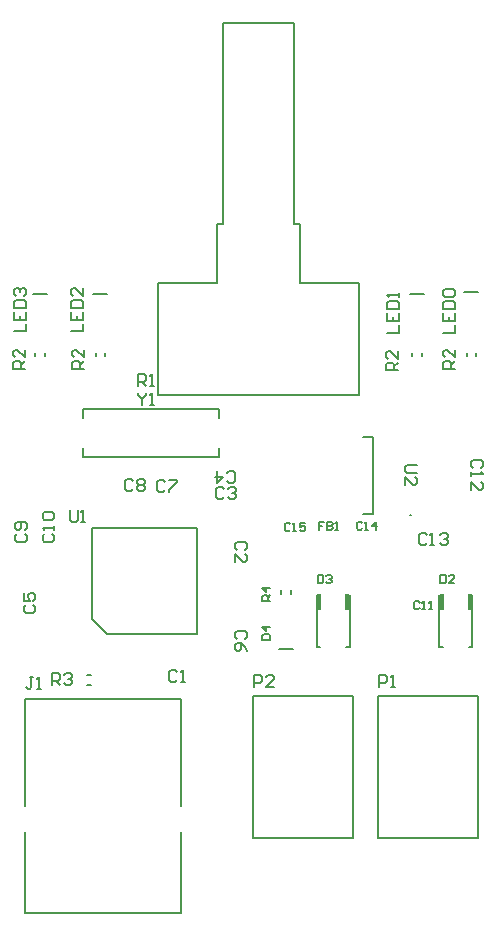
<source format=gto>
%FSLAX44Y44*%
%MOMM*%
G71*
G01*
G75*
%ADD10R,0.6000X0.9000*%
%ADD11R,0.9000X0.6000*%
%ADD12R,1.3000X0.7000*%
%ADD13R,1.6800X1.5200*%
%ADD14R,2.0000X1.2000*%
%ADD15R,5.6000X5.6000*%
%ADD16R,5.5000X2.0000*%
%ADD17O,0.3000X1.5000*%
%ADD18R,0.3000X1.5000*%
%ADD19R,1.5000X0.3000*%
%ADD20C,0.2000*%
%ADD21C,1.0000*%
%ADD22C,1.5000*%
%ADD23R,1.5000X1.5000*%
%ADD24O,0.7500X0.7000*%
%ADD25C,2.0000*%
%ADD26C,0.7000*%
%ADD27R,0.4000X1.4000*%
D20*
X231000Y173000D02*
X243000D01*
X233000Y220000D02*
Y223000D01*
X241000Y220000D02*
Y223000D01*
X392000Y175000D02*
X395000D01*
Y219000D01*
X367000Y175000D02*
Y219000D01*
Y175000D02*
X370000D01*
X288000D02*
X291000D01*
Y219000D01*
X263000Y175000D02*
Y219000D01*
Y175000D02*
X266000D01*
X69000Y151000D02*
X72000D01*
X69000Y143000D02*
X72000D01*
X315000Y13000D02*
Y133000D01*
X400000D01*
Y13000D02*
Y133000D01*
X315000Y13000D02*
X400000D01*
X209000D02*
Y133000D01*
X294000D01*
Y13000D02*
Y133000D01*
X209000Y13000D02*
X294000D01*
X148000Y40000D02*
Y131000D01*
Y-50000D02*
Y18000D01*
X16000Y-50000D02*
Y18000D01*
Y40000D02*
Y131000D01*
Y-50000D02*
X148000D01*
X16000Y131000D02*
X148000D01*
X302000Y287000D02*
X311000D01*
Y353000D01*
X302000D02*
X311000D01*
X342500Y286750D02*
X342750D01*
X344000Y421000D02*
Y424000D01*
X352000Y421000D02*
Y424000D01*
X388000Y475000D02*
X400000D01*
X342000Y474000D02*
X354000D01*
X390000Y421000D02*
Y424000D01*
X398000Y421000D02*
Y424000D01*
X180000Y369000D02*
Y376000D01*
X65000D02*
X180000D01*
X65000Y369000D02*
Y376000D01*
Y336000D02*
Y343000D01*
X180000Y336000D02*
Y343000D01*
X65000Y336000D02*
X180000D01*
X76000Y421000D02*
Y424000D01*
X84000Y421000D02*
Y424000D01*
X25000Y421000D02*
Y424000D01*
X33000Y421000D02*
Y424000D01*
X74000Y474000D02*
X86000D01*
X23000D02*
X35000D01*
X85700Y185850D02*
X162150D01*
Y275150D01*
X72850D02*
X162150D01*
X72850Y198700D02*
Y275150D01*
Y198700D02*
X85700Y185850D01*
X129000Y388000D02*
X299000D01*
Y482000D01*
X298000Y483000D02*
X299000Y482000D01*
X249000Y483000D02*
X298000D01*
X249000D02*
Y533000D01*
X244000D02*
X249000D01*
X244000D02*
Y703000D01*
X184000D02*
X244000D01*
X184000Y533000D02*
Y703000D01*
X179000Y533000D02*
X184000D01*
X179000Y483000D02*
Y533000D01*
X129000Y483000D02*
X179000D01*
X129000Y388000D02*
Y483000D01*
X112000Y389997D02*
Y388331D01*
X115332Y384998D01*
X118665Y388331D01*
Y389997D01*
X115332Y384998D02*
Y380000D01*
X121997D02*
X125329D01*
X123663D01*
Y389997D01*
X121997Y388331D01*
X347997Y329000D02*
X339666D01*
X338000Y327334D01*
Y324002D01*
X339666Y322336D01*
X347997D01*
X338000Y312339D02*
Y319003D01*
X344664Y312339D01*
X346331D01*
X347997Y314005D01*
Y317337D01*
X346331Y319003D01*
X54000Y290997D02*
Y282666D01*
X55666Y281000D01*
X58998D01*
X60665Y282666D01*
Y290997D01*
X63997Y281000D02*
X67329D01*
X65663D01*
Y290997D01*
X63997Y289331D01*
X224000Y214000D02*
X217002D01*
Y217499D01*
X218169Y218665D01*
X220501D01*
X221667Y217499D01*
Y214000D01*
Y216333D02*
X224000Y218665D01*
Y224497D02*
X217002D01*
X220501Y220998D01*
Y225663D01*
X39000Y143000D02*
Y152997D01*
X43998D01*
X45665Y151331D01*
Y147998D01*
X43998Y146332D01*
X39000D01*
X42332D02*
X45665Y143000D01*
X48997Y151331D02*
X50663Y152997D01*
X53995D01*
X55661Y151331D01*
Y149664D01*
X53995Y147998D01*
X52329D01*
X53995D01*
X55661Y146332D01*
Y144666D01*
X53995Y143000D01*
X50663D01*
X48997Y144666D01*
X16000Y410000D02*
X6003D01*
Y414998D01*
X7669Y416665D01*
X11002D01*
X12668Y414998D01*
Y410000D01*
Y413332D02*
X16000Y416665D01*
Y426661D02*
Y419997D01*
X9336Y426661D01*
X7669D01*
X6003Y424995D01*
Y421663D01*
X7669Y419997D01*
X66000Y410000D02*
X56003D01*
Y414998D01*
X57669Y416665D01*
X61002D01*
X62668Y414998D01*
Y410000D01*
Y413332D02*
X66000Y416665D01*
Y426661D02*
Y419997D01*
X59335Y426661D01*
X57669D01*
X56003Y424995D01*
Y421663D01*
X57669Y419997D01*
X332000Y409000D02*
X322003D01*
Y413998D01*
X323669Y415664D01*
X327002D01*
X328668Y413998D01*
Y409000D01*
Y412332D02*
X332000Y415664D01*
Y425661D02*
Y418997D01*
X325336Y425661D01*
X323669D01*
X322003Y423995D01*
Y420663D01*
X323669Y418997D01*
X380000Y410000D02*
X370003D01*
Y414998D01*
X371669Y416665D01*
X375002D01*
X376668Y414998D01*
Y410000D01*
Y413332D02*
X380000Y416665D01*
Y426661D02*
Y419997D01*
X373335Y426661D01*
X371669D01*
X370003Y424995D01*
Y421663D01*
X371669Y419997D01*
X112000Y396000D02*
Y405997D01*
X116998D01*
X118665Y404331D01*
Y400998D01*
X116998Y399332D01*
X112000D01*
X115332D02*
X118665Y396000D01*
X121997D02*
X125329D01*
X123663D01*
Y405997D01*
X121997Y404331D01*
X209950Y141116D02*
Y151113D01*
X214948D01*
X216614Y149447D01*
Y146114D01*
X214948Y144448D01*
X209950D01*
X226611Y141116D02*
X219947D01*
X226611Y147781D01*
Y149447D01*
X224945Y151113D01*
X221613D01*
X219947Y149447D01*
X316122Y141116D02*
Y151113D01*
X321120D01*
X322786Y149447D01*
Y146114D01*
X321120Y144448D01*
X316122D01*
X326119Y141116D02*
X329451D01*
X327785D01*
Y151113D01*
X326119Y149447D01*
X23321Y149081D02*
X19988D01*
X21654D01*
Y140750D01*
X19988Y139084D01*
X18322D01*
X16656Y140750D01*
X26653Y139084D02*
X29985D01*
X28319D01*
Y149081D01*
X26653Y147415D01*
X269665Y280998D02*
X265000D01*
Y277499D01*
X267333D01*
X265000D01*
Y274000D01*
X271998Y280998D02*
Y274000D01*
X275497D01*
X276663Y275166D01*
Y276333D01*
X275497Y277499D01*
X271998D01*
X275497D01*
X276663Y278665D01*
Y279832D01*
X275497Y280998D01*
X271998D01*
X278995Y274000D02*
X281328D01*
X280162D01*
Y280998D01*
X278995Y279832D01*
X217002Y181000D02*
X224000D01*
Y184499D01*
X222834Y185665D01*
X218169D01*
X217002Y184499D01*
Y181000D01*
X224000Y191497D02*
X217002D01*
X220501Y187998D01*
Y192663D01*
X264052Y235744D02*
Y228746D01*
X267551D01*
X268717Y229912D01*
Y234578D01*
X267551Y235744D01*
X264052D01*
X271050Y234578D02*
X272216Y235744D01*
X274549D01*
X275715Y234578D01*
Y233411D01*
X274549Y232245D01*
X273382D01*
X274549D01*
X275715Y231079D01*
Y229912D01*
X274549Y228746D01*
X272216D01*
X271050Y229912D01*
X367938Y235744D02*
Y228746D01*
X371437D01*
X372603Y229912D01*
Y234578D01*
X371437Y235744D01*
X367938D01*
X379601Y228746D02*
X374936D01*
X379601Y233411D01*
Y234578D01*
X378435Y235744D01*
X376102D01*
X374936Y234578D01*
X7003Y442000D02*
X17000D01*
Y448665D01*
X7003Y458661D02*
Y451997D01*
X17000D01*
Y458661D01*
X12002Y451997D02*
Y455329D01*
X7003Y461994D02*
X17000D01*
Y466992D01*
X15334Y468658D01*
X8669D01*
X7003Y466992D01*
Y461994D01*
X8669Y471990D02*
X7003Y473657D01*
Y476989D01*
X8669Y478655D01*
X10336D01*
X12002Y476989D01*
Y475323D01*
Y476989D01*
X13668Y478655D01*
X15334D01*
X17000Y476989D01*
Y473657D01*
X15334Y471990D01*
X55003Y442000D02*
X65000D01*
Y448665D01*
X55003Y458661D02*
Y451997D01*
X65000D01*
Y458661D01*
X60002Y451997D02*
Y455329D01*
X55003Y461994D02*
X65000D01*
Y466992D01*
X63334Y468658D01*
X56669D01*
X55003Y466992D01*
Y461994D01*
X65000Y478655D02*
Y471990D01*
X58335Y478655D01*
X56669D01*
X55003Y476989D01*
Y473657D01*
X56669Y471990D01*
X323003Y441000D02*
X333000D01*
Y447664D01*
X323003Y457661D02*
Y450997D01*
X333000D01*
Y457661D01*
X328002Y450997D02*
Y454329D01*
X323003Y460994D02*
X333000D01*
Y465992D01*
X331334Y467658D01*
X324669D01*
X323003Y465992D01*
Y460994D01*
X333000Y470990D02*
Y474323D01*
Y472657D01*
X323003D01*
X324669Y470990D01*
X370003Y441000D02*
X380000D01*
Y447664D01*
X370003Y457661D02*
Y450997D01*
X380000D01*
Y457661D01*
X375002Y450997D02*
Y454329D01*
X370003Y460994D02*
X380000D01*
Y465992D01*
X378334Y467658D01*
X371669D01*
X370003Y465992D01*
Y460994D01*
X371669Y470990D02*
X370003Y472657D01*
Y475989D01*
X371669Y477655D01*
X378334D01*
X380000Y475989D01*
Y472657D01*
X378334Y470990D01*
X371669D01*
X240665Y278831D02*
X239499Y279998D01*
X237166D01*
X236000Y278831D01*
Y274166D01*
X237166Y273000D01*
X239499D01*
X240665Y274166D01*
X242998Y273000D02*
X245330D01*
X244164D01*
Y279998D01*
X242998Y278831D01*
X253494Y279998D02*
X248829D01*
Y276499D01*
X251162Y277665D01*
X252328D01*
X253494Y276499D01*
Y274166D01*
X252328Y273000D01*
X249995D01*
X248829Y274166D01*
X301665Y279832D02*
X300499Y280998D01*
X298166D01*
X297000Y279832D01*
Y275166D01*
X298166Y274000D01*
X300499D01*
X301665Y275166D01*
X303998Y274000D02*
X306330D01*
X305164D01*
Y280998D01*
X303998Y279832D01*
X313328Y274000D02*
Y280998D01*
X309829Y277499D01*
X314494D01*
X356136Y269810D02*
X354470Y271476D01*
X351138D01*
X349472Y269810D01*
Y263145D01*
X351138Y261479D01*
X354470D01*
X356136Y263145D01*
X359469Y261479D02*
X362801D01*
X361135D01*
Y271476D01*
X359469Y269810D01*
X367799D02*
X369465Y271476D01*
X372798D01*
X374464Y269810D01*
Y268144D01*
X372798Y266478D01*
X371132D01*
X372798D01*
X374464Y264811D01*
Y263145D01*
X372798Y261479D01*
X369465D01*
X367799Y263145D01*
X402331Y326335D02*
X403997Y328002D01*
Y331334D01*
X402331Y333000D01*
X395666D01*
X394000Y331334D01*
Y328002D01*
X395666Y326335D01*
X394000Y323003D02*
Y319671D01*
Y321337D01*
X403997D01*
X402331Y323003D01*
X394000Y308008D02*
Y314673D01*
X400664Y308008D01*
X402331D01*
X403997Y309674D01*
Y313006D01*
X402331Y314673D01*
X350233Y212449D02*
X349067Y213616D01*
X346734D01*
X345568Y212449D01*
Y207784D01*
X346734Y206618D01*
X349067D01*
X350233Y207784D01*
X352566Y206618D02*
X354898D01*
X353732D01*
Y213616D01*
X352566Y212449D01*
X358397Y206618D02*
X360730D01*
X359563D01*
Y213616D01*
X358397Y212449D01*
X32669Y270665D02*
X31003Y268998D01*
Y265666D01*
X32669Y264000D01*
X39334D01*
X41000Y265666D01*
Y268998D01*
X39334Y270665D01*
X41000Y273997D02*
Y277329D01*
Y275663D01*
X31003D01*
X32669Y273997D01*
Y282327D02*
X31003Y283994D01*
Y287326D01*
X32669Y288992D01*
X39334D01*
X41000Y287326D01*
Y283994D01*
X39334Y282327D01*
X32669D01*
X9669Y270665D02*
X8003Y268998D01*
Y265666D01*
X9669Y264000D01*
X16334D01*
X18000Y265666D01*
Y268998D01*
X16334Y270665D01*
Y273997D02*
X18000Y275663D01*
Y278995D01*
X16334Y280661D01*
X9669D01*
X8003Y278995D01*
Y275663D01*
X9669Y273997D01*
X11336D01*
X13002Y275663D01*
Y280661D01*
X107664Y315331D02*
X105998Y316997D01*
X102666D01*
X101000Y315331D01*
Y308666D01*
X102666Y307000D01*
X105998D01*
X107664Y308666D01*
X110997Y315331D02*
X112663Y316997D01*
X115995D01*
X117661Y315331D01*
Y313664D01*
X115995Y311998D01*
X117661Y310332D01*
Y308666D01*
X115995Y307000D01*
X112663D01*
X110997Y308666D01*
Y310332D01*
X112663Y311998D01*
X110997Y313664D01*
Y315331D01*
X112663Y311998D02*
X115995D01*
X134664Y314331D02*
X132998Y315997D01*
X129666D01*
X128000Y314331D01*
Y307666D01*
X129666Y306000D01*
X132998D01*
X134664Y307666D01*
X137997Y315997D02*
X144661D01*
Y314331D01*
X137997Y307666D01*
Y306000D01*
X202331Y181336D02*
X203997Y183002D01*
Y186334D01*
X202331Y188000D01*
X195666D01*
X194000Y186334D01*
Y183002D01*
X195666Y181336D01*
X203997Y171339D02*
X202331Y174671D01*
X198998Y178003D01*
X195666D01*
X194000Y176337D01*
Y173005D01*
X195666Y171339D01*
X197332D01*
X198998Y173005D01*
Y178003D01*
X16669Y210665D02*
X15003Y208998D01*
Y205666D01*
X16669Y204000D01*
X23334D01*
X25000Y205666D01*
Y208998D01*
X23334Y210665D01*
X15003Y220661D02*
Y213997D01*
X20002D01*
X18335Y217329D01*
Y218995D01*
X20002Y220661D01*
X23334D01*
X25000Y218995D01*
Y215663D01*
X23334Y213997D01*
X187335Y315669D02*
X189002Y314003D01*
X192334D01*
X194000Y315669D01*
Y322334D01*
X192334Y324000D01*
X189002D01*
X187335Y322334D01*
X179005Y324000D02*
Y314003D01*
X184003Y319002D01*
X177339D01*
X184664Y308331D02*
X182998Y309997D01*
X179666D01*
X178000Y308331D01*
Y301666D01*
X179666Y300000D01*
X182998D01*
X184664Y301666D01*
X187997Y308331D02*
X189663Y309997D01*
X192995D01*
X194661Y308331D01*
Y306665D01*
X192995Y304998D01*
X191329D01*
X192995D01*
X194661Y303332D01*
Y301666D01*
X192995Y300000D01*
X189663D01*
X187997Y301666D01*
X202331Y256835D02*
X203997Y258502D01*
Y261834D01*
X202331Y263500D01*
X195666D01*
X194000Y261834D01*
Y258502D01*
X195666Y256835D01*
X194000Y246839D02*
Y253503D01*
X200665Y246839D01*
X202331D01*
X203997Y248505D01*
Y251837D01*
X202331Y253503D01*
X144664Y153331D02*
X142998Y154997D01*
X139666D01*
X138000Y153331D01*
Y146666D01*
X139666Y145000D01*
X142998D01*
X144664Y146666D01*
X147997Y145000D02*
X151329D01*
X149663D01*
Y154997D01*
X147997Y153331D01*
D27*
X393000Y213000D02*
D03*
X369000Y213000D02*
D03*
X289000Y213000D02*
D03*
X265000Y213000D02*
D03*
M02*

</source>
